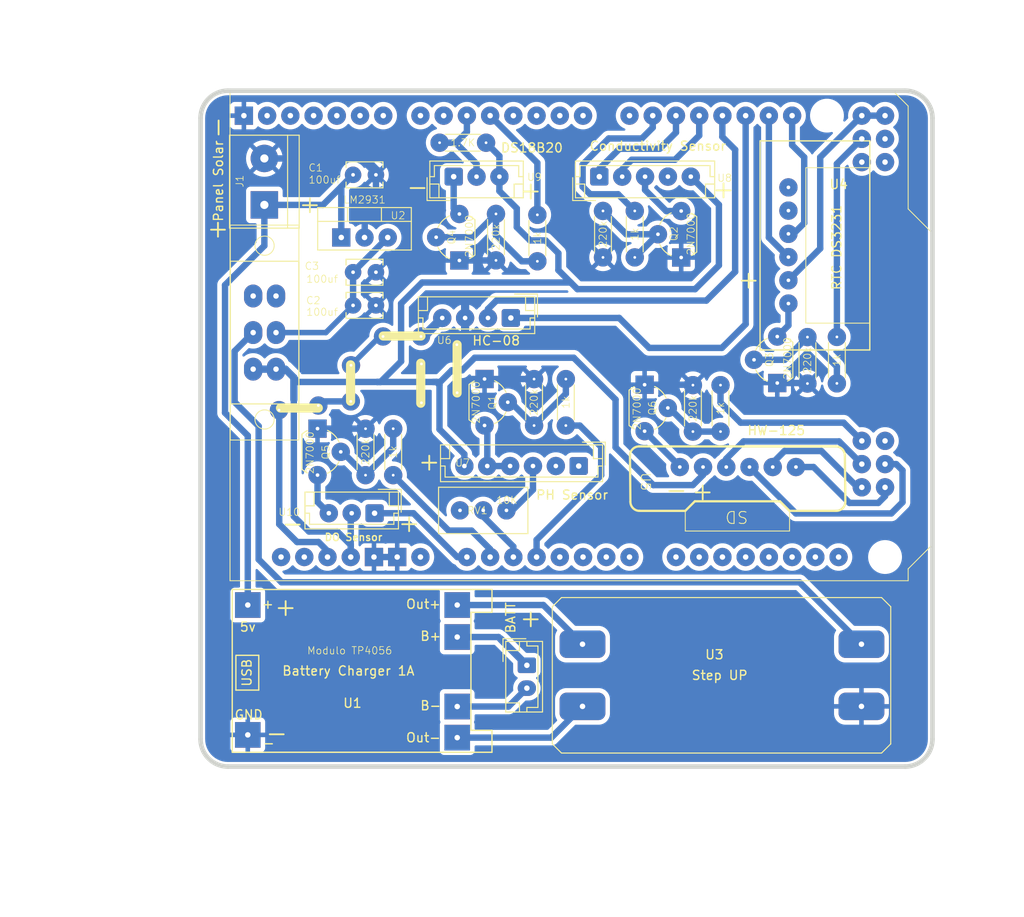
<source format=kicad_pcb>
(kicad_pcb (version 20240108) (generator "pcbnew") (generator_version "8.0")
  (layers (0 "F.Cu" signal) (31 "B.Cu" signal) (34 "B.Paste" user) (35 "F.Paste" user) (36 "B.SilkS" user "B.Silkscreen") (37 "F.SilkS" user "F.Silkscreen") (38 "B.Mask" user) (39 "F.Mask" user) (44 "Edge.Cuts" user))
  (net 0 "")
  (net 2 "+3.3V")
  (net 4 "/D48_mega")
  (net 5 "+5V")
  (net 6 "/D22_mega")
  (net 9 "GND")
  (net 10 "/SCL_MEGA")
  (net 13 "/SDA_MEGA")
  (net 14 "/CS_MEGA")
  (net 16 "/MISO_MEGA")
  (net 19 "/RX2_MEGA")
  (net 20 "/MOSI_MEGA")
  (net 21 "/A3{slash}D57_mega")
  (net 25 "/SCK_MEGA")
  (net 26 "/TX2_MEGA")
  (net 27 "/A2_MEGA")
  (net 28 "/TX1_MEGA")
  (net 31 "/A0_MEGA")
  (net 35 "/D5_MEGA")
  (net 39 "/RX1_MEGA")
  (net 40 "/Batt+")
  (net 41 "/Batt-")
  (net 42 "/Vin")
  (net 43 "/+5V_a")
  (net 44 "Net-(Q1-G)")
  (net 45 "/GND_PH")
  (net 46 "/GND_Conductivity")
  (net 47 "Net-(Q2-G)")
  (net 48 "Net-(Q3-G)")
  (net 49 "/GND_RTC")
  (net 50 "/GND_TEMP")
  (net 51 "Net-(Q4-G)")
  (net 52 "/GND_DO_Meter")
  (net 53 "Net-(Q5-G)")
  (net 54 "/GND_MicroSD")
  (net 55 "Net-(Q6-G)")
  (net 57 "Net-(U7-PO)")
  (net 59 "/+5V_b")
  (net 60 "Net-(U1-OUT-)")
  (net 61 "Net-(U1-OUT+)")
  (net 73 "/D15_mega")
  (net 78 "/A1{slash}D55_mega")
  (net 79 "/D4_mega")
  (footprint "Package_TO_SOT_THT:TO-92L_Wide" (layer "F.Cu") (at 136.175 75.015 90)
    (property "Reference" "Q4" (hide yes))
    (property "Value" "2N7000")
  )
  (footprint "Capacitor_THT:C_Disc_D3.8mm_W2.6mm_P2.50mm" (layer "F.Cu") (at 124.55 65.65)
    (property "Reference" "C1" (hide yes))
    (property "Value" "100uf")
  )
  (footprint "Connector_JST:JST_EH_B5B-EH-A_1x05_P2.50mm_Vertical" (layer "F.Cu") (at 151.475 65.85)
    (property "Reference" "U8" (hide yes))
    (property "Value" "Conductivity Sensor")
  )
  (footprint "Resistor_THT:R_Axial_DIN0204_L3.6mm_D1.6mm_P5.08mm_Horizontal" (layer "F.Cu") (at 151.875 69.6 -90)
    (property "Reference" "R5" (hide yes))
    (property "Value" "220k")
  )
  (footprint "Connector_JST:JST_EH_B3B-EH-A_1x03_P2.50mm_Vertical" (layer "F.Cu") (at 135.55 65.85)
    (property "Reference" "U9" (hide yes))
    (property "Value" "DS18B20")
  )
  (footprint "Connector_JST:JST_EH_B2B-EH-A_1x02_P2.50mm_Vertical" (layer "F.Cu") (at 143.5533 119.2771 -90)
    (property "Reference" "BT1" (hide yes))
    (property "Value" "BATT")
  )
  (footprint "Mi Libreria:TP4056-18650" (layer "F.Cu") (at 111.3375 110.9875)
    (property "Reference" "U1")
    (property "Value" "Modulo TP4056")
  )
  (footprint "Resistor_THT:R_Axial_DIN0204_L3.6mm_D1.6mm_P5.08mm_Horizontal" (layer "F.Cu") (at 139.09 62.14 180)
    (property "Reference" "R13" (hide yes))
    (property "Value" "1.7K")
  )
  (footprint "Capacitor_THT:C_Disc_D3.8mm_W2.6mm_P2.50mm" (layer "F.Cu") (at 124.55 79.925)
    (property "Reference" "C2" (hide yes))
    (property "Value" "100uf")
  )
  (footprint "Potentiometer_THT:Potentiometer_Bourns_3296W_Vertical" (layer "F.Cu") (at 141.32 102.34)
    (property "Reference" "RV1" (hide yes))
    (property "Value" "10K")
  )
  (footprint "Package_TO_SOT_THT:TO-220-3_Vertical" (layer "F.Cu") (at 123.26 72.5)
    (property "Reference" "U2" (hide yes))
    (property "Value" "LM2931")
  )
  (footprint "Package_TO_SOT_THT:TO-92L_Wide" (layer "F.Cu") (at 120.6625 93.4 -90)
    (property "Reference" "Q5" (hide yes))
    (property "Value" "2N7000")
  )
  (footprint "TerminalBlock:TerminalBlock_bornier-2_P5.08mm" (layer "F.Cu") (at 114.85 68.94 90)
    (property "Reference" "J1" (hide yes))
    (property "Value" "Panel Solar")
  )
  (footprint "Resistor_THT:R_Axial_DIN0204_L3.6mm_D1.6mm_P5.08mm_Horizontal" (layer "F.Cu") (at 177.45 83.375 -90)
    (property "Reference" "R3" (hide yes))
    (property "Value" "1k")
  )
  (footprint "Resistor_THT:R_Axial_DIN0204_L3.6mm_D1.6mm_P5.08mm_Horizontal" (layer "F.Cu") (at 140.175 69.925 -90)
    (property "Reference" "R10" (hide yes))
    (property "Value" "220k")
  )
  (footprint "Mi Libreria:RTC_DS3231" (layer "F.Cu") (at 169.05 61.94)
    (property "Reference" "U4")
    (property "Value" "RTC DS3231")
  )
  (footprint "Capacitor_THT:C_Disc_D3.8mm_W2.6mm_P2.50mm" (layer "F.Cu") (at 124.55 76.3)
    (property "Reference" "C3" (hide yes))
    (property "Value" "100uf")
  )
  (footprint "Mi Libreria:hw-045" (layer "F.Cu") (at 164.6357 120.8717)
    (property "Reference" "U3")
    (property "Value" "Step UP")
  )
  (footprint "Package_TO_SOT_THT:TO-92L_Wide" (layer "F.Cu") (at 170.9298 88.4152 90)
    (property "Reference" "Q3" (hide yes))
    (property "Value" "2N7000")
  )
  (footprint "Mi Libreria:MICRO SD CARD HW-125" (layer "F.Cu") (at 162.225 80.75 90)
    (property "Reference" "U5")
    (property "Value" "HW-125")
  )
  (footprint "Resistor_THT:R_Axial_DIN0204_L3.6mm_D1.6mm_P5.08mm_Horizontal" (layer "F.Cu") (at 125.9125 98.49 90)
    (property "Reference" "R11" (hide yes))
    (property "Value" "220k")
  )
  (footprint "PCM_arduino-library:Arduino_Mega2560_R3_Shield" (layer "F.Cu") (at 86.195 109.98)
    (property "Reference" "A1" (hide yes))
    (property "Value" "Arduino_Mega2560_R3_Shield" (hide yes))
  )
  (footprint "Button_Switch_THT:SW_CK_JS202011AQN_DPDT_Angled" (layer "F.Cu") (at 118.175 77.2 -90)
    (property "Reference" "SW1" (hide yes))
    (property "Value" "~" (hide yes))
  )
  (footprint "Connector_JST:JST_EH_B4B-EH-A_1x04_P2.50mm_Vertical" (layer "F.Cu") (at 141.8 81.3 180)
    (property "Reference" "U6" (hide yes))
    (property "Value" "HC-08")
  )
  (footprint "Connector_JST:JST_EH_B3B-EH-A_1x03_P2.50mm_Vertical" (layer "F.Cu") (at 126.9 102.65 180)
    (property "Reference" "U10" (hide yes))
    (property "Value" "DO Sensor")
  )
  (footprint "Package_TO_SOT_THT:TO-92L_Wide" (layer "F.Cu") (at 156.425 88.6 -90)
    (property "Reference" "Q6" (hide yes))
    (property "Value" "2N7000")
  )
  (footprint "Resistor_THT:R_Axial_DIN0204_L3.6mm_D1.6mm_P5.08mm_Horizontal" (layer "F.Cu") (at 147.815 93.065 90)
    (property "Reference" "R1" (hide yes))
    (property "Value" "1k")
  )
  (footprint "Resistor_THT:R_Axial_DIN0204_L3.6mm_D1.6mm_P5.08mm_Horizontal" (layer "F.Cu") (at 144.7 70.025 -90)
    (property "Reference" "R7" (hide yes))
    (property "Value" "1k")
  )
  (footprint "Package_TO_SOT_THT:TO-92L_Wide" (layer "F.Cu") (at 160.425 74.69 90)
    (property "Reference" "Q2" (hide yes))
    (property "Value" "2N7000")
  )
  (footprint "Resistor_THT:R_Axial_DIN0204_L3.6mm_D1.6mm_P5.08mm_Horizontal" (layer "F.Cu") (at 161.7086 93.725 90)
    (property "Reference" "R12" (hide yes))
    (property "Value" "220k")
  )
  (footprint "Resistor_THT:R_Axial_DIN0204_L3.6mm_D1.6mm_P5.08mm_Horizontal" (layer "F.Cu") (at 144.34 93.065 90)
    (property "Reference" "R4" (hide yes))
    (property "Value" "220k")
  )
  (footprint "Package_TO_SOT_THT:TO-92L_Wide" (layer "F.Cu") (at 138.925 87.975 -90)
    (property "Reference" "Q1" (hide yes))
    (property "Value" "2N7000")
  )
  (footprint "Connector_JST:JST_EH_B6B-EH-A_1x06_P2.50mm_Vertical" (layer "F.Cu") (at 149.22 97.49 180)
    (property "Reference" "U7" (hide yes))
    (property "Value" "PH Sensor")
  )
  (footprint "Resistor_THT:R_Axial_DIN0204_L3.6mm_D1.6mm_P5.08mm_Horizontal" (layer "F.Cu") (at 155.35 69.6 -90)
    (property "Reference" "R2" (hide yes))
    (property "Value" "1k")
  )
  (footprint "Resistor_THT:R_Axial_DIN0204_L3.6mm_D1.6mm_P5.08mm_Horizontal" (layer "F.Cu") (at 164.725 88.645 -90)
    (property "Reference" "R9" (hide yes))
    (property "Value" "1k")
  )
  (footprint "Resistor_THT:R_Axial_DIN0204_L3.6mm_D1.6mm_P5.08mm_Horizontal" (layer "F.Cu") (at 128.9375 98.49 90)
    (property "Reference" "R8" (hide yes))
    (property "Value" "1k")
  )
  (footprint "Resistor_THT:R_Axial_DIN0204_L3.6mm_D1.6mm_P5.08mm_Horizontal" (layer "F.Cu") (at 174.2302 83.3926 -90)
    (property "Reference" "R6" (hide yes))
    (property "Value" "220k")
  )
  (gr_line (start 131.95 86.25) (end 131.95 90.625) (stroke (width 1)) (layer "F.SilkS"))
  (gr_line (start 124.275 86.425) (end 124.275 90.4) (stroke (width 1)) (layer "F.SilkS"))
  (gr_line (start 127.85 83.275) (end 131.975 83.275) (stroke (width 1)) (layer "F.SilkS"))
  (gr_line (start 116.6125 91.15) (end 120.75 91.15) (stroke (width 1)) (layer "F.SilkS"))
  (gr_line (start 135.925 84.225) (end 135.925 89.5) (stroke (width 1)) (layer "F.SilkS"))
  (gr_line (start 110.875 56.45) (end 184.9 56.45) (stroke (width 0.5)) (layer "Edge.Cuts"))
  (gr_arc (start 184.9 56.45) (mid 187.02132 57.32868) (end 187.9 59.45) (stroke (width 0.5)) (layer "Edge.Cuts"))
  (gr_arc (start 187.9 127.35) (mid 187.02132 129.47132) (end 184.9 130.35) (stroke (width 0.5)) (layer "Edge.Cuts"))
  (gr_arc (start 110.875 130.35) (mid 108.75368 129.47132) (end 107.875 127.35) (stroke (width 0.5)) (layer "Edge.Cuts"))
  (gr_line (start 107.875 127.35) (end 107.875 59.45) (stroke (width 0.5)) (layer "Edge.Cuts"))
  (gr_line (start 187.9 59.45) (end 187.9 127.35) (stroke (width 0.5)) (layer "Edge.Cuts"))
  (gr_line (start 184.9 130.35) (end 110.875 130.35) (stroke (width 0.5)) (layer "Edge.Cuts"))
  (gr_arc (start 107.875 59.45) (mid 108.75368 57.32868) (end 110.875 56.45) (stroke (width 0.5)) (layer "Edge.Cuts"))
  (gr_text "+" (at 167.65 77.225 90) (layer "F.SilkS") (effects (font (size 2 2) (thickness 0.2))))
  (gr_text "-" (at 159.9 100.375 180) (layer "F.SilkS") (effects (font (size 2 2) (thickness 0.2))))
  (gr_text "-" (at 110 60.475 -90) (layer "F.SilkS") (effects (font (size 2 2) (thickness 0.2))))
  (gr_text "+" (at 143.825 67.475 90) (layer "F.SilkS") (effects (font (size 2 2) (thickness 0.2))))
  (gr_text "+" (at 119.675 68.975 90) (layer "F.SilkS") (effects (font (size 2 2) (thickness 0.2))))
  (gr_text "-" (at 131.6 67.25 180) (layer "F.SilkS") (effects (font (size 2 2) (thickness 0.2))))
  (gr_text "-" (at 117.95 104.05 180) (layer "F.SilkS") (effects (font (size 2 2) (thickness 0.2))))
  (gr_text "+" (at 130.525 103.85 90) (layer "F.SilkS") (effects (font (size 2 2) (thickness 0.2))))
  (gr_text "+" (at 132.725 97.125 90) (layer "F.SilkS") (effects (font (size 2 2) (thickness 0.2))))
  (gr_text "-" (at 116.2 126.975 180) (layer "F.SilkS") (effects (font (size 2 2) (thickness 0.2))))
  (gr_text "+" (at 164.9 67.35 90) (layer "F.SilkS") (effects (font (size 2 2) (thickness 0.2))))
  (gr_text "+" (at 143.825 114.25 90) (layer "F.SilkS") (effects (font (size 2 2) (thickness 0.2))))
  (gr_text "+" (at 117.025 113.025 90) (layer "F.SilkS") (effects (font (size 2 2) (thickness 0.2))))
  (gr_text "+" (at 109.625 71.65 90) (layer "F.SilkS") (effects (font (size 2 2) (thickness 0.2))))
  (gr_text "+" (at 162.625 100.375 90) (layer "F.SilkS") (effects (font (size 2 2) (thickness 0.2))))
  (segment (start 131.975 83.325) (end 127.825 83.325) (width 0.6) (layer "F.Cu") (net 2))
  (segment (start 124.325 86.475) (end 124.325 90.4) (width 0.6) (layer "F.Cu") (net 2))
  (segment (start 116.45 91.375) (end 120.775 91.375) (width 0.2) (layer "F.Cu") (net 2))
  (segment (start 120.8 90.125) (end 120.775 90.15) (width 0.2) (layer "F.Cu") (net 2))
  (via (at 120.75 90.875) (size 2) (drill 0.3) (layers "F.Cu" "B.Cu") (net 2))
  (via (at 131.975 83.325) (size 2) (drill 0.3) (layers "F.Cu" "B.Cu") (net 2))
  (via (at 124.325 86.475) (size 2) (drill 0.3) (layers "F.Cu" "B.Cu") (net 2))
  (via (at 124.3 90.425) (size 2) (drill 0.3) (layers "F.Cu" "B.Cu") (net 2))
  (via (at 127.825 83.325) (size 2) (drill 0.3) (layers "F.Cu" "B.Cu") (net 2))
  (via (at 116.45 91.375) (size 2) (drill 0.3) (layers "F.Cu" "B.Cu") (net 2))
  (segment (start 127.825 83.325) (end 127.475 83.325) (width 0.6) (layer "B.Cu") (net 2))
  (segment (start 131.975 83.325) (end 131.475 83.325) (width 1) (layer "B.Cu") (net 2))
  (segment (start 121.755 106.78) (end 120.775 105.8) (width 0.7) (layer "B.Cu") (net 2))
  (segment (start 124.3 90.425) (end 121.2 90.425) (width 0.7) (layer "B.Cu") (net 2))
  (segment (start 120.775 105.8) (end 118.425 105.8) (width 0.7) (layer "B.Cu") (net 2))
  (segment (start 127.475 83.325) (end 124.325 86.475) (width 0.6) (layer "B.Cu") (net 2))
  (segment (start 121.2 90.425) (end 120.75 90.875) (width 0.7) (layer "B.Cu") (net 2))
  (segment (start 118.425 105.8) (end 116.475 103.85) (width 0.7) (layer "B.Cu") (net 2))
  (segment (start 116.475 91.4) (end 116.45 91.375) (width 0.7) (layer "B.Cu") (net 2))
  (segment (start 132.275 83.325) (end 131.975 83.325) (width 1) (layer "B.Cu") (net 2))
  (segment (start 116.475 91.475) (end 116.475 91.4) (width 0.7) (layer "B.Cu") (net 2))
  (segment (start 134.3 81.3) (end 132.275 83.325) (width 1) (layer "B.Cu") (net 2))
  (segment (start 121.755 107.44) (end 121.755 106.78) (width 0.7) (layer "B.Cu") (net 2))
  (segment (start 116.475 103.85) (end 116.475 91.475) (width 0.7) (layer "B.Cu") (net 2))
  (segment (start 180.175 94.74) (end 178.185 92.75) (width 0.7) (layer "B.Cu") (net 4))
  (segment (start 178.185 92.75) (end 166.925 92.75) (width 0.7) (layer "B.Cu") (net 4))
  (segment (start 166.925 92.75) (end 164.725 90.55) (width 0.7) (layer "B.Cu") (net 4))
  (segment (start 164.725 90.55) (end 164.725 88.645) (width 0.7) (layer "B.Cu") (net 4))
  (segment (start 172.15 77.185) (end 175.625 73.71) (width 0.7) (layer "B.Cu") (net 5))
  (segment (start 129.8 86.05) (end 129.8 79.725) (width 0.7) (layer "B.Cu") (net 5))
  (segment (start 153.25 90.225) (end 153.25 95.45) (width 0.7) (layer "B.Cu") (net 5))
  (segment (start 119.725 104.65) (end 122.825 104.65) (width 0.7) (layer "B.Cu") (net 5))
  (segment (start 153.25 95.45) (end 157.375 99.575) (width 0.7) (layer "B.Cu") (net 5))
  (segment (start 136.72 97.49) (end 136.72 96.195) (width 0.7) (layer "B.Cu") (net 5))
  (segment (start 145.6 72.825) (end 147 74.225) (width 0.7) (layer "B.Cu") (net 5))
  (segment (start 148.35 77.425) (end 149.075 78.15) (width 0.7) (layer "B.Cu") (net 5))
  (segment (start 113.625 86.9) (end 116.125 86.9) (width 0.8) (layer "B.Cu") (net 5))
  (segment (start 129.8 79.725) (end 132.1 77.425) (width 0.7) (layer "B.Cu") (net 5))
  (segment (start 140.55 67.425) (end 142.45 69.325) (width 0.7) (layer "B.Cu") (net 5))
  (segment (start 127.55 88.3) (end 129.8 86.05) (width 0.7) (layer "B.Cu") (net 5))
  (segment (start 124.295 106.12) (end 124.295 107.44) (width 0.7) (layer "B.Cu") (net 5))
  (segment (start 133.3 88.3) (end 134.075 88.3) (width 0.7) (layer "B.Cu") (net 5))
  (segment (start 135.35 87.025) (end 136.475 87.025) (width 0.7) (layer "B.Cu") (net 5))
  (segment (start 139.09 62.14) (end 140.55 63.6) (width 0.7) (layer "B.Cu") (net 5))
  (segment (start 116.125 86.9) (end 117.15 86.9) (width 0.8) (layer "B.Cu") (net 5))
  (segment (start 118.075 87.825) (end 118.075 90.225) (width 0.8) (layer "B.Cu") (net 5))
  (segment (start 162.815 98.46) (end 162.815 97.6) (width 0.7) (layer "B.Cu") (net 5))
  (segment (start 140.55 63.6) (end 140.55 65.85) (width 0.7) (layer "B.Cu") (net 5))
  (segment (start 142.45 71.375) (end 143.9 72.825) (width 0.7) (layer "B.Cu") (net 5))
  (segment (start 118.075 90.225) (end 118.075 103) (width 0.7) (layer "B.Cu") (net 5))
  (segment (start 122.825 104.65) (end 124.295 106.12) (width 0.7) (layer "B.Cu") (net 5))
  (segment (start 149.075 78.15) (end 161.95 78.15) (width 0.7) (layer "B.Cu") (net 5))
  (segment (start 157.375 99.575) (end 161.7 99.575) (width 0.7) (layer "B.Cu") (net 5))
  (segment (start 132.1 77.425) (end 148.35 77.425) (width 0.7) (layer "B.Cu") (net 5))
  (segment (start 127.2 88.3) (end 127.55 88.3) (width 0.7) (layer "B.Cu") (net 5))
  (segment (start 161.7 99.575) (end 162.815 98.46) (width 0.7) (layer "B.Cu") (net 5))
  (segment (start 164.55 68.925) (end 161.475 65.85) (width 0.7) (layer "B.Cu") (net 5))
  (segment (start 136.72 96.195) (end 134 93.475) (width 0.7) (layer "B.Cu") (net 5))
  (segment (start 127.2 88.3) (end 118.55 88.3) (width 0.7) (layer "B.Cu") (net 5))
  (segment (start 118.075 103) (end 119.725 104.65) (width 0.7) (layer "B.Cu") (net 5))
  (segment (start 137.85 85.65) (end 148.675 85.65) (width 0.7) (layer "B.Cu") (net 5))
  (segment (start 140.55 65.85) (end 140.55 67.425) (width 0.7) (layer "B.Cu") (net 5))
  (segment (start 180.175 59.18) (end 182.715 59.18) (width 0.7) (layer "B.Cu") (net 5))
  (segment (start 134 88.625) (end 133.675 88.3) (width 0.7) (layer "B.Cu") (net 5))
  (segment (start 175.625 73.71) (end 175.625 63.73) (width 0.7) (layer "B.Cu") (net 5))
  (segment (start 124.295 102.755) (end 124.4 102.65) (width 0.7) (layer "B.Cu") (net 5))
  (segment (start 134 93.475) (end 134 88.625) (width 0.7) (layer "B.Cu") (net 5))
  (segment (start 161.95 78.15) (end 164.55 75.55) (width 0.7) (layer "B.Cu") (net 5))
  (segment (start 147 74.225) (end 147 76.075) (width 0.7) (layer "B.Cu") (net 5))
  (segment (start 134.075 88.3) (end 135.35 87.025) (width 0.7) (layer "B.Cu") (net 5))
  (segment (start 147 76.075) (end 148.35 77.425) (width 0.7) (layer "B.Cu") (net 5))
  (segment (start 164.55 75.55) (end 164.55 68.925) (width 0.7) (layer "B.Cu") (net 5))
  (segment (start 124.295 105.6) (end 124.295 102.755) (width 0.7) (layer "B.Cu") (net 5))
  (segment (start 118.55 88.3) (end 117.15 86.9) (width 0.7) (layer "B.Cu") (net 5))
  (segment (start 124.295 107.44) (end 124.295 105.6) (width 0.7) (layer "B.Cu") (net 5))
  (segment (start 175.625 63.73) (end 180.175 59.18) (width 0.7) (layer "B.Cu") (net 5))
  (segment (start 127.2 88.3) (end 133.675 88.3) (width 0.7) (layer "B.Cu") (net 5))
  (segment (start 136.475 87.025) (end 137.85 85.65) (width 0.7) (layer "B.Cu") (net 5))
  (segment (start 142.45 69.325) (end 142.45 71.375) (width 0.7) (layer "B.Cu") (net 5))
  (segment (start 117.15 86.9) (end 118.075 87.825) (width 0.8) (layer "B.Cu") (net 5))
  (segment (start 143.9 72.825) (end 145.6 72.825) (width 0.7) (layer "B.Cu") (net 5))
  (segment (start 148.675 85.65) (end 153.25 90.225) (width 0.7) (layer "B.Cu") (net 5))
  (segment (start 177.45 64.445) (end 180.175 61.72) (width 0.7) (layer "B.Cu") (net 6))
  (segment (start 177.45 83.375) (end 177.45 64.445) (width 0.7) (layer "B.Cu") (net 6))
  (segment (start 135.925 84.25) (end 135.9 84.225) (width 0.7) (layer "F.Cu") (net 9))
  (segment (start 132.025 86.325) (end 132.025 90.575) (width 0.6) (layer "F.Cu") (net 9))
  (segment (start 135.925 89.475) (end 135.925 84.25) (width 0.6) (layer "F.Cu") (net 9))
  (via (at 132.025 90.575) (size 2) (drill 0.3) (layers "F.Cu" "B.Cu") (net 9))
  (via (at 132.025 86.325) (size 2) (drill 0.3) (layers "F.Cu" "B.Cu") (net 9))
  (via (at 135.9 84.225) (size 2) (drill 0.3) (layers "F.Cu" "B.Cu") (net 9))
  (via (at 135.925 89.475) (size 2) (drill 0.3) (layers "F.Cu" "B.Cu") (net 9))
  (segment (start 132.025 86.35) (end 132.025 86.325) (width 1) (layer "B.Cu") (net 9))
  (segment (start 120.6625 93.4) (end 125.9025 93.4) (width 0.7) (layer "B.Cu") (net 9))
  (segment (start 125.9025 93.4) (end 125.9125 93.41) (width 0.7) (layer "B.Cu") (net 9))
  (segment (start 136.8 83.325) (end 135.9 84.225) (width 0.9) (layer "B.Cu") (net 9))
  (segment (start 174.1728 88.4152) (end 174.2302 88.4726) (width 0.7) (layer "B.Cu") (net 9))
  (segment (start 127.05 64.975) (end 127.05 65.65) (width 0.7) (layer "B.Cu") (net 9))
  (segment (start 140.165 75.015) (end 140.175 75.005) (width 0.7) (layer "B.Cu") (net 9))
  (segment (start 138.925 87.975) (end 144.33 87.975) (width 0.7) (layer "B.Cu") (net 9))
  (segment (start 138.925 87.975) (end 137.425 87.975) (width 0.7) (layer "B.Cu") (net 9))
  (segment (start 161.6636 88.6) (end 161.7086 88.645) (width 0.7) (layer "B.Cu") (net 9))
  (segment (start 127.05 68.825) (end 125.825 70.05) (width 0.7) (layer "B.Cu") (net 9))
  (segment (start 144.33 87.975) (end 144.34 87.985) (width 0.7) (layer "B.Cu") (net 9))
  (segment (start 137.425 87.975) (end 135.925 89.475) (width 0.7) (layer "B.Cu") (net 9))
  (segment (start 125.935 63.86) (end 127.05 64.975) (width 0.7) (layer "B.Cu") (net 9))
  (segment (start 136.8 79.425) (end 136.725 79.35) (width 0.9) (layer "B.Cu") (net 9))
  (segment (start 136.175 75.015) (end 140.165 75.015) (width 0.7) (layer "B.Cu") (net 9))
  (segment (start 160.415 74.68) (end 160.425 74.69) (width 0.7) (layer "B.Cu") (net 9))
  (segment (start 127.05 65.65) (end 127.05 68.825) (width 0.7) (layer "B.Cu") (net 9))
  (segment (start 136.8 81.3) (end 136.8 83.325) (width 0.9) (layer "B.Cu") (net 9))
  (segment (start 114.85 63.86) (end 125.935 63.86) (width 0.7) (layer "B.Cu") (net 9))
  (segment (start 129.375 107.44) (end 126.835 107.44) (width 0.7) (layer "B.Cu") (net 9))
  (segment (start 156.425 88.6) (end 161.6636 88.6) (width 0.7) (layer "B.Cu") (net 9))
  (segment (start 125.825 72.475) (end 125.8 72.5) (width 0.7) (layer "B.Cu") (net 9))
  (segment (start 136.8 81.3) (end 136.8 79.425) (width 0.9) (layer "B.Cu") (net 9))
  (segment (start 125.825 70.05) (end 125.825 72.475) (width 0.7) (layer "B.Cu") (net 9))
  (segment (start 170.9298 88.4152) (end 174.1728 88.4152) (width 0.7) (layer "B.Cu") (net 9))
  (segment (start 172.15 72.105) (end 172.695 72.105) (width 0.7) (layer "B.Cu") (net 10))
  (segment (start 172.695 72.105) (end 173.875 70.925) (width 0.7) (layer "B.Cu") (net 10))
  (segment (start 173.875 63.725) (end 172.555 62.405) (width 0.7) (layer "B.Cu") (net 10))
  (segment (start 173.875 70.925) (end 173.875 63.725) (width 0.7) (layer "B.Cu") (net 10))
  (segment (start 172.555 62.405) (end 172.555 59.18) (width 0.7) (layer "B.Cu") (net 10))
  (segment (start 170.015 72.51) (end 170.015 59.18) (width 0.7) (layer "B.Cu") (net 13))
  (segment (start 172.15 74.645) (end 170.015 72.51) (width 0.7) (layer "B.Cu") (net 13))
  (segment (start 178.825 101.525) (end 181.975 101.525) (width 0.7) (layer "B.Cu") (net 14))
  (segment (start 174.9 97.6) (end 178.825 101.525) (width 0.7) (layer "B.Cu") (net 14))
  (segment (start 182.715 100.785) (end 182.715 99.82) (width 0.7) (layer "B.Cu") (net 14))
  (segment (start 172.975 97.6) (end 174.9 97.6) (width 0.7) (layer "B.Cu") (net 14))
  (segment (start 181.975 101.525) (end 182.715 100.785) (width 0.7) (layer "B.Cu") (net 14))
  (segment (start 165.355 96.695) (end 167.25 94.8) (width 0.7) (layer "B.Cu") (net 16))
  (segment (start 177.695 94.8) (end 180.175 97.28) (width 0.7) (layer "B.Cu") (net 16))
  (segment (start 167.25 94.8) (end 177.695 94.8) (width 0.7) (layer "B.Cu") (net 16))
  (segment (start 165.355 97.6) (end 165.355 96.695) (width 0.7) (layer "B.Cu") (net 16))
  (segment (start 153.975 65.05) (end 155.025 64) (width 0.7) (layer "B.Cu") (net 19))
  (segment (start 162.395 61.355) (end 162.395 59.18) (width 0.7) (layer "B.Cu") (net 19))
  (segment (start 159.75 64) (end 162.395 61.355) (width 0.7) (layer "B.Cu") (net 19))
  (segment (start 153.975 65.85) (end 153.975 65.05) (width 0.7) (layer "B.Cu") (net 19))
  (segment (start 155.025 64) (end 159.75 64) (width 0.7) (layer "B.Cu") (net 19))
  (segment (start 184.625 101.45) (end 183.4 102.675) (width 0.7) (layer "B.Cu") (net 20))
  (segment (start 183.936314 97.28) (end 184.625 97.968686) (width 0.7) (layer "B.Cu") (net 20))
  (segment (start 183.4 102.675) (end 172.97 102.675) (width 0.7) (layer "B.Cu") (net 20))
  (segment (start 182.715 97.28) (end 183.936314 97.28) (width 0.7) (layer "B.Cu") (net 20))
  (segment (start 172.97 102.675) (end 167.895 97.6) (width 0.7) (layer "B.Cu") (net 20))
  (segment (start 184.625 97.968686) (end 184.625 101.45) (width 0.7) (layer "B.Cu") (net 20))
  (segment (start 144.615 107.44) (end 144.615 105.56) (width 0.7) (layer "B.Cu") (net 21))
  (segment (start 144.615 105.56) (end 151.675 98.5) (width 0.7) (layer "B.Cu") (net 21))
  (segment (start 149.34 93.065) (end 147.815 93.065) (width 0.7) (layer "B.Cu") (net 21))
  (segment (start 151.675 98.5) (end 151.675 95.4) (width 0.7) (layer "B.Cu") (net 21))
  (segment (start 151.675 95.4) (end 149.34 93.065) (width 0.7) (layer "B.Cu") (net 21))
  (segment (start 179.72 99.82) (end 180.175 99.82) (width 0.7) (layer "B.Cu") (net 25))
  (segment (start 175.75 95.85) (end 179.72 99.82) (width 0.7) (layer "B.Cu") (net 25))
  (segment (start 171.725 95.85) (end 175.75 95.85) (width 0.7) (layer "B.Cu") (net 25))
  (segment (start 170.435 97.6) (end 170.435 97.14) (width 0.7) (layer "B.Cu") (net 25))
  (segment (start 170.435 97.14) (end 171.725 95.85) (width 0.7) (layer "B.Cu") (net 25))
  (segment (start 151.475 65.85) (end 151.475 65) (width 0.7) (layer "B.Cu") (net 26))
  (segment (start 159.855 61.02) (end 159.855 59.18) (width 0.7) (layer "B.Cu") (net 26))
  (segment (start 158.075 62.8) (end 159.855 61.02) (width 0.7) (layer "B.Cu") (net 26))
  (segment (start 153.675 62.8) (end 158.075 62.8) (width 0.7) (layer "B.Cu") (net 26))
  (segment (start 151.475 65) (end 153.675 62.8) (width 0.7) (layer "B.Cu") (net 26))
  (segment (start 142.075 106.3) (end 142.075 107.44) (width 0.7) (layer "B.Cu") (net 27))
  (segment (start 138.78 103.005) (end 142.075 106.3) (width 0.7) (layer "B.Cu") (net 27))
  (segment (start 138.78 102.34) (end 138.78 103.005) (width 0.7) (layer "B.Cu") (net 27))
  (segment (start 164.925 61.5) (end 166.325 62.9) (width 0.7) (layer "B.Cu") (net 28))
  (segment (start 140.225 79.4) (end 139.3 80.325) (width 0.7) (layer "B.Cu") (net 28))
  (segment (start 139.3 80.325) (end 139.3 81.3) (width 0.7) (layer "B.Cu") (net 28))
  (segment (start 163.175 79.4) (end 140.225 79.4) (width 0.7) (layer "B.Cu") (net 28))
  (segment (start 164.925 59.19) (end 164.925 61.5) (width 0.7) (layer "B.Cu") (net 28))
  (segment (start 166.325 62.9) (end 166.325 76.25) (width 0.7) (layer "B.Cu") (net 28))
  (segment (start 166.325 76.25) (end 163.175 79.4) (width 0.7) (layer "B.Cu") (net 28))
  (segment (start 164.935 59.18) (end 164.925 59.19) (width 0.7) (layer "B.Cu") (net 28))
  (segment (start 131.15 102.65) (end 135.94 107.44) (width 0.7) (layer "B.Cu") (net 31))
  (segment (start 135.94 107.44) (end 136.995 107.44) (width 0.7) (layer "B.Cu") (net 31))
  (segment (start 126.9 102.65) (end 131.15 102.65) (width 0.7) (layer "B.Cu") (net 31))
  (segment (start 135.754213 62.14) (end 134.01 62.14) (width 0.7) (layer "B.Cu") (net 35))
  (segment (start 134.01 62.14) (end 135.81 62.14) (width 0.7) (layer "B.Cu") (net 35))
  (segment (start 136.995 60.955) (end 136.995 59.18) (width 0.7) (layer "B.Cu") (net 35))
  (segment (start 138.05 65.85) (end 138.05 64.435787) (width 0.7) (layer "B.Cu") (net 35))
  (segment (start 138.05 64.435787) (end 135.754213 62.14) (width 0.7) (layer "B.Cu") (net 35))
  (segment (start 135.81 62.14) (end 136.995 60.955) (width 0.7) (layer "B.Cu") (net 35))
  (segment (start 153.65 81.3) (end 156.925 84.575) (width 0.7) (layer "B.Cu") (net 39))
  (segment (start 167.475 81.975) (end 167.475 59.18) (width 0.7) (layer "B.Cu") (net 39))
  (segment (start 156.925 84.575) (end 164.875 84.575) (width 0.7) (layer "B.Cu") (net 39))
  (segment (start 141.8 81.3) (end 153.65 81.3) (width 0.7) (layer "B.Cu") (net 39))
  (segment (start 164.875 84.575) (end 167.475 81.975) (width 0.7) (layer "B.Cu") (net 39))
  (segment (start 135.9375 116.1875) (end 140.4637 116.1875) (width 0.7) (layer "B.Cu") (net 40))
  (segment (start 140.6762 116.4) (end 143.5533 119.2771) (width 0.8) (layer "B.Cu") (net 40))
  (segment (start 140.4637 116.1875) (end 140.6762 116.4) (width 0.7) (layer "B.Cu") (net 40))
  (segment (start 141.5429 123.7875) (end 143.5533 121.7771) (width 0.7) (layer "B.Cu") (net 41))
  (segment (start 135.9375 123.7875) (end 141.5429 123.7875) (width 0.7) (layer "B.Cu") (net 41))
  (segment (start 113.0375 112.6875) (end 113.0375 94.1625) (width 0.7) (layer "B.Cu") (net 42))
  (segment (start 110.55 77.7) (end 114.85 73.4) (width 0.7) (layer "B.Cu") (net 42))
  (segment (start 114.85 68.94) (end 121.26 68.94) (width 0.7) (layer "B.Cu") (net 42))
  (segment (start 113.0375 94.1625) (end 110.55 91.675) (width 0.7) (layer "B.Cu") (net 42))
  (segment (start 110.55 91.675) (end 110.55 77.7) (width 0.7) (layer "B.Cu") (net 42))
  (segment (start 114.85 73.4) (end 114.85 68.94) (width 0.7) (layer "B.Cu") (net 42))
  (segment (start 123.26 72.5) (end 123.26 66.94) (width 0.7) (layer "B.Cu") (net 42))
  (segment (start 121.26 68.94) (end 124.55 65.65) (width 0.7) (layer "B.Cu") (net 42))
  (segment (start 123.26 66.94) (end 124.55 65.65) (width 0.7) (layer "B.Cu") (net 42))
  (segment (start 116.125 82.9) (end 121.575 82.9) (width 0.6) (layer "B.Cu") (net 43))
  (segment (start 124.55 76.3) (end 124.55 79.925) (width 0.7) (layer "B.Cu") (net 43))
  (segment (start 128.35 72.51) (end 128.34 72.5) (width 0.7) (layer "B.Cu") (net 43))
  (segment (start 121.575 82.9) (end 124.55 79.925) (width 0.6) (layer "B.Cu") (net 43))
  (segment (start 124.55 76.29) (end 128.34 72.5) (width 0.7) (layer "B.Cu") (net 43))
  (segment (start 124.55 76.3) (end 124.55 76.29) (width 0.7) (layer "B.Cu") (net 43))
  (segment (start 147.815 87.985) (end 147.815 89.59) (width 0.7) (layer "B.Cu") (net 44))
  (segment (start 141.465 90.515) (end 141.79 90.515) (width 0.7) (layer "B.Cu") (net 44))
  (segment (start 141.79 90.515) (end 144.34 93.065) (width 0.7) (layer "B.Cu") (net 44))
  (segment (start 147.815 89.59) (end 144.34 93.065) (width 0.7) (layer "B.Cu") (net 44))
  (segment (start 139.225 97.485) (end 139.22 97.49) (width 0.7) (layer "B.Cu") (net 45))
  (segment (start 141.72 97.49) (end 139.22 97.49) (width 0.7) (layer "B.Cu") (net 45))
  (segment (start 139.225 93.355) (end 139.225 97.485) (width 0.7) (layer "B.Cu") (net 45))
  (segment (start 138.925 93.055) (end 139.225 93.355) (width 0.7) (layer "B.Cu") (net 45))
  (segment (start 156.475 65.85) (end 156.475 67.3) (width 0.7) (layer "B.Cu") (net 46))
  (segment (start 156.475 67.3) (end 158.785 69.61) (width 0.7) (layer "B.Cu") (net 46))
  (segment (start 158.785 69.61) (end 160.425 69.61) (width 0.7) (layer "B.Cu") (net 46))
  (segment (start 154.425 72.15) (end 157.885 72.15) (width 0.7) (layer "B.Cu") (net 47))
  (segment (start 157.885 72.15) (end 157.885 72.135) (width 0.7) (layer "B.Cu") (net 47))
  (segment (start 155.35 74.68) (end 155.355 74.68) (width 0.7) (layer "B.Cu") (net 47))
  (segment (start 155.355 74.68) (end 157.885 72.15) (width 0.7) (layer "B.Cu") (net 47))
  (segment (start 151.875 69.6) (end 154.425 72.15) (width 0.7) (layer "B.Cu") (net 47))
  (segment (start 177.45 86.625) (end 177.45 88.455) (width 0.7) (layer "B.Cu") (net 48))
  (segment (start 171.7476 85.8752) (end 174.2302 83.3926) (width 0.7) (layer "B.Cu") (net 48))
  (segment (start 174.2302 83.3926) (end 174.2302 83.4052) (width 0.7) (layer "B.Cu") (net 48))
  (segment (start 174.2302 83.4052) (end 177.45 86.625) (width 0.7) (layer "B.Cu") (net 48))
  (segment (start 168.3898 85.8752) (end 171.7476 85.8752) (width 0.7) (layer "B.Cu") (net 48))
  (segment (start 172.15 82.115) (end 170.9298 83.3352) (width 0.7) (layer "B.Cu") (net 49))
  (segment (start 172.15 79.725) (end 172.15 82.115) (width 0.7) (layer "B.Cu") (net 49))
  (segment (start 135.55 65.85) (end 135.55 69.31) (width 0.7) (layer "B.Cu") (net 50))
  (segment (start 135.55 69.31) (end 136.175 69.935) (width 0.7) (layer "B.Cu") (net 50))
  (segment (start 140.175 72.275) (end 143.005 75.105) (width 0.7) (layer "B.Cu") (net 51))
  (segment (start 137.625 72.475) (end 140.175 69.925) (width 0.7) (layer "B.Cu") (net 51))
  (segment (start 140.175 69.925) (end 140.175 72.275) (width 0.7) (layer "B.Cu") (net 51))
  (segment (start 133.635 72.475) (end 137.625 72.475) (width 0.7) (layer "B.Cu") (net 51))
  (segment (start 143.005 75.105) (end 144.7 75.105) (width 0.7) (layer "B.Cu") (net 51))
  (segment (start 120.6625 98.48) (end 120.6625 101.4125) (width 0.7) (layer "B.Cu") (net 52))
  (segment (start 120.6625 101.4125) (end 121.9 102.65) (width 0.7) (layer "B.Cu") (net 52))
  (segment (start 123.2025 95.94) (end 123.3625 95.94) (width 0.7) (layer "B.Cu") (net 53))
  (segment (start 128.9375 95.465) (end 125.9125 98.49) (width 0.7) (layer "B.Cu") (net 53))
  (segment (start 123.3625 95.94) (end 125.9125 98.49) (width 0.7) (layer "B.Cu") (net 53))
  (segment (start 128.9375 93.41) (end 128.9375 95.465) (width 0.7) (layer "B.Cu") (net 53))
  (segment (start 160.275 97.6) (end 160.275 97.53) (width 0.7) (layer "B.Cu") (net 54))
  (segment (start 160.275 97.53) (end 156.425 93.68) (width 0.7) (layer "B.Cu") (net 54))
  (segment (start 159.1236 91.14) (end 161.7086 93.725) (width 0.7) (layer "B.Cu") (net 55))
  (segment (start 161.7086 93.725) (end 164.725 93.725) (width 0.7) (layer "B.Cu") (net 55))
  (segment (start 158.965 91.14) (end 159.1236 91.14) (width 0.7) (layer "B.Cu") (net 55))
  (segment (start 141.32 102.34) (end 141.96 102.34) (width 0.7) (layer "B.Cu") (net 57))
  (segment (start 141.96 102.34) (end 144.22 100.08) (width 0.7) (layer "B.Cu") (net 57))
  (segment (start 144.22 100.08) (end 144.22 97.49) (width 0.7) (layer "B.Cu") (net 57))
  (segment (start 180.1357 116.9717) (end 173.364 110.2) (width 0.7) (layer "B.Cu") (net 59))
  (segment (start 114.225 107.7) (end 114.225 93.125) (width 0.7) (layer "B.Cu") (net 59))
  (segment (start 111.6 90.5) (end 111.6 84.925) (width 0.7) (layer "B.Cu") (net 59))
  (segment (start 111.6 84.925) (end 113.625 82.9) (width 0.7) (layer "B.Cu") (net 59))
  (segment (start 173.364 110.2) (end 116.725 110.2) (width 0.7) (layer "B.Cu") (net 59))
  (segment (start 114.225 93.125) (end 111.6 90.5) (width 0.7) (layer "B.Cu") (net 59))
  (segment (start 116.725 110.2) (end 114.225 107.7) (width 0.7) (layer "B.Cu") (net 59))
  (segment (start 135.9375 127.1875) (end 146.2199 127.1875) (width 0.7) (layer "B.Cu") (net 60))
  (segment (start 146.2199 127.1875) (end 149.6357 123.7717) (width 0.7) (layer "B.Cu") (net 60))
  (segment (start 145.3515 112.6875) (end 135.9375 112.6875) (width 0.7) (layer "B.Cu") (net 61))
  (segment (start 149.6357 116.9717) (end 145.3515 112.6875) (width 0.7) (layer "B.Cu") (net 61))
  (segment (start 149.65 64.525) (end 152.5 61.675) (width 0.7) (layer "B.Cu") (net 73))
  (segment (start 153.525 67.775) (end 150.475 67.775) (width 0.7) (layer "B.Cu") (net 73))
  (segment (start 156.125 61.675) (end 157.315 60.485) (width 0.7) (layer "B.Cu") (net 73))
  (segment (start 157.315 60.485) (end 157.315 59.18) (width 0.7) (layer "B.Cu") (net 73))
  (segment (start 149.65 66.95) (end 149.65 64.525) (width 0.7) (layer "B.Cu") (net 73))
  (segment (start 152.5 61.675) (end 156.125 61.675) (width 0.7) (layer "B.Cu") (net 73))
  (segment (start 155.35 69.6) (end 153.525 67.775) (width 0.7) (layer "B.Cu") (net 73))
  (segment (start 150.475 67.775) (end 149.65 66.95) (width 0.7) (layer "B.Cu") (net 73))
  (segment (start 137.5 104.55) (end 139.535 106.585) (width 0.7) (layer "B.Cu") (net 78))
  (segment (start 135 104.55) (end 137.5 104.55) (width 0.7) (layer "B.Cu") (net 78))
  (segment (start 139.535 106.585) (end 139.535 107.44) (width 0.7) (layer "B.Cu") (net 78))
  (segment (start 128.94 98.49) (end 135 104.55) (width 0.7) (layer "B.Cu") (net 78))
  (segment (start 128.9375 98.49) (end 128.94 98.49) (width 0.7) (layer "B.Cu") (net 78))
  (segment (start 144.7 64.345) (end 139.535 59.18) (width 0.7) (layer "B.Cu") (net 79))
  (segment (start 144.7 70.025) (end 144.7 64.345) (width 0.7) (layer "B.Cu") (net 79))
  (zone (net 9) (net_name "GND") (layer "B.Cu") (connect_pads (clearance 0.5)) (min_thickness 0.25) (fill yes (thermal_gap 0.5) (thermal_bridge_width 0.5))
    (polygon (pts (xy 107.875 56.45) (xy 187.9 56.45) (xy 187.9 130.35) (xy 107.875 130.35)))
  )
)
</source>
